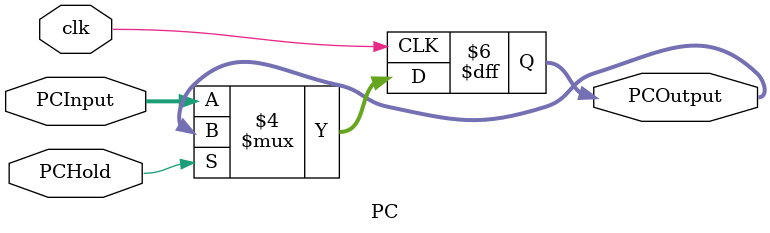
<source format=v>
`ifndef MODULE_PC
`define MODULE_PC
`timescale 1ns / 1ps


module PC(PCInput, PCOutput, PCHold, clk);
input [31:0]PCInput;
input PCHold;
input clk;
output [31:0]PCOutput;

reg [31:0]PCOutput;

initial PCOutput <=0;

always@(posedge clk)
begin
    if(!PCHold)
        PCOutput <= PCInput;
end
endmodule

`endif
</source>
